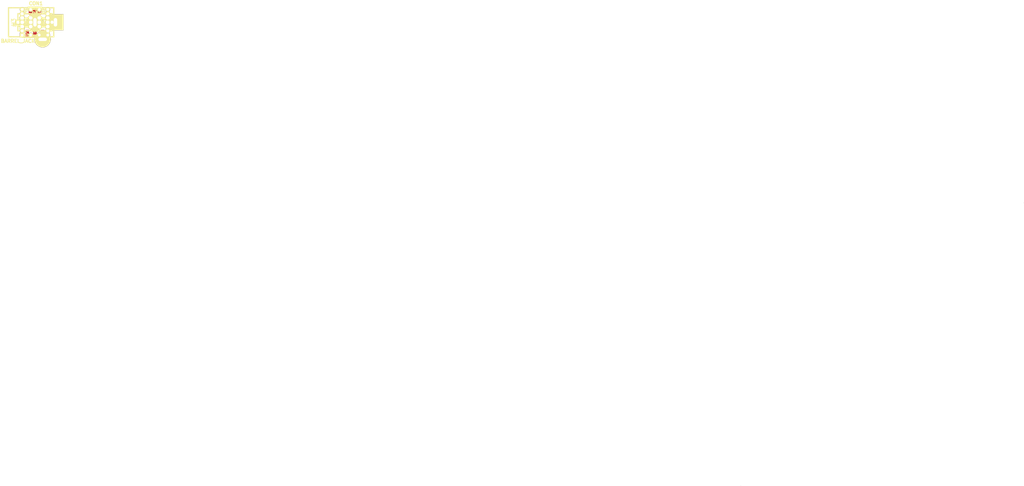
<source format=kicad_pcb>
(kicad_pcb (version 3) (host pcbnew "(2013-07-07 BZR 4022)-stable")

  (general
    (links 68)
    (no_connects 50)
    (area 0 0 0 0)
    (thickness 1.6)
    (drawings 2)
    (tracks 0)
    (zones 0)
    (modules 35)
    (nets 40)
  )

  (page A3)
  (layers
    (15 F.Cu signal)
    (0 B.Cu signal)
    (16 B.Adhes user)
    (17 F.Adhes user)
    (18 B.Paste user)
    (19 F.Paste user)
    (20 B.SilkS user)
    (21 F.SilkS user)
    (22 B.Mask user)
    (23 F.Mask user)
    (24 Dwgs.User user)
    (25 Cmts.User user)
    (26 Eco1.User user)
    (27 Eco2.User user)
    (28 Edge.Cuts user)
  )

  (setup
    (last_trace_width 0.254)
    (trace_clearance 0.254)
    (zone_clearance 0.508)
    (zone_45_only no)
    (trace_min 0.254)
    (segment_width 0.2)
    (edge_width 0.1)
    (via_size 0.889)
    (via_drill 0.635)
    (via_min_size 0.889)
    (via_min_drill 0.508)
    (uvia_size 0.508)
    (uvia_drill 0.127)
    (uvias_allowed no)
    (uvia_min_size 0.508)
    (uvia_min_drill 0.127)
    (pcb_text_width 0.3)
    (pcb_text_size 1.5 1.5)
    (mod_edge_width 0.15)
    (mod_text_size 1 1)
    (mod_text_width 0.15)
    (pad_size 1.5 1.5)
    (pad_drill 0.6)
    (pad_to_mask_clearance 0)
    (aux_axis_origin 93.98 83.185)
    (visible_elements FFFFFFBF)
    (pcbplotparams
      (layerselection 3178497)
      (usegerberextensions true)
      (excludeedgelayer true)
      (linewidth 0.150000)
      (plotframeref false)
      (viasonmask false)
      (mode 1)
      (useauxorigin false)
      (hpglpennumber 1)
      (hpglpenspeed 20)
      (hpglpendiameter 15)
      (hpglpenoverlay 2)
      (psnegative false)
      (psa4output false)
      (plotreference true)
      (plotvalue true)
      (plotothertext true)
      (plotinvisibletext false)
      (padsonsilk false)
      (subtractmaskfromsilk false)
      (outputformat 1)
      (mirror false)
      (drillshape 0)
      (scaleselection 1)
      (outputdirectory ""))
  )

  (net 0 "")
  (net 1 12V)
  (net 2 3.3v)
  (net 3 GND)
  (net 4 N-000001)
  (net 5 N-0000010)
  (net 6 N-0000011)
  (net 7 N-0000013)
  (net 8 N-0000014)
  (net 9 N-0000015)
  (net 10 N-0000016)
  (net 11 N-0000017)
  (net 12 N-0000018)
  (net 13 N-0000019)
  (net 14 N-000002)
  (net 15 N-0000020)
  (net 16 N-0000021)
  (net 17 N-0000022)
  (net 18 N-0000024)
  (net 19 N-0000025)
  (net 20 N-0000026)
  (net 21 N-0000027)
  (net 22 N-0000028)
  (net 23 N-0000029)
  (net 24 N-000003)
  (net 25 N-0000030)
  (net 26 N-0000031)
  (net 27 N-0000032)
  (net 28 N-0000033)
  (net 29 N-0000034)
  (net 30 N-0000035)
  (net 31 N-0000036)
  (net 32 N-0000037)
  (net 33 N-000004)
  (net 34 N-0000040)
  (net 35 N-000005)
  (net 36 N-000006)
  (net 37 N-000007)
  (net 38 N-000008)
  (net 39 N-000009)

  (net_class Default "This is the default net class."
    (clearance 0.254)
    (trace_width 0.254)
    (via_dia 0.889)
    (via_drill 0.635)
    (uvia_dia 0.508)
    (uvia_drill 0.127)
    (add_net "")
    (add_net 12V)
    (add_net 3.3v)
    (add_net GND)
    (add_net N-000001)
    (add_net N-0000010)
    (add_net N-0000011)
    (add_net N-0000013)
    (add_net N-0000014)
    (add_net N-0000015)
    (add_net N-0000016)
    (add_net N-0000017)
    (add_net N-0000018)
    (add_net N-0000019)
    (add_net N-000002)
    (add_net N-0000020)
    (add_net N-0000021)
    (add_net N-0000022)
    (add_net N-0000024)
    (add_net N-0000025)
    (add_net N-0000026)
    (add_net N-0000027)
    (add_net N-0000028)
    (add_net N-0000029)
    (add_net N-000003)
    (add_net N-0000030)
    (add_net N-0000031)
    (add_net N-0000032)
    (add_net N-0000033)
    (add_net N-0000034)
    (add_net N-0000035)
    (add_net N-0000036)
    (add_net N-0000037)
    (add_net N-000004)
    (add_net N-0000040)
    (add_net N-000005)
    (add_net N-000006)
    (add_net N-000007)
    (add_net N-000008)
    (add_net N-000009)
  )

  (module SW_PUSH_SMALL_ok (layer F.Cu) (tedit 562AE65F) (tstamp 562BA8D3)
    (at 0 0)
    (path /562AE929)
    (fp_text reference SW6 (at 0 -0.762) (layer F.SilkS)
      (effects (font (size 1.016 1.016) (thickness 0.2032)))
    )
    (fp_text value SET (at 0 1.016) (layer F.SilkS)
      (effects (font (size 1.016 1.016) (thickness 0.2032)))
    )
    (fp_circle (center 0 0) (end 0 -2.54) (layer F.SilkS) (width 0.127))
    (fp_line (start -3.81 -3.81) (end 3.81 -3.81) (layer F.SilkS) (width 0.127))
    (fp_line (start 3.81 -3.81) (end 3.81 3.81) (layer F.SilkS) (width 0.127))
    (fp_line (start 3.81 3.81) (end -3.81 3.81) (layer F.SilkS) (width 0.127))
    (fp_line (start -3.81 -3.81) (end -3.81 3.81) (layer F.SilkS) (width 0.127))
    (pad 3 thru_hole circle (at 3.81 -2.54) (size 1.397 1.397) (drill 0.8128)
      (layers *.Cu *.Mask F.SilkS)
      (net 14 N-000002)
    )
    (pad 4 thru_hole circle (at 3.81 2.54) (size 1.397 1.397) (drill 0.8128)
      (layers *.Cu *.Mask F.SilkS)
      (net 20 N-0000026)
    )
    (pad 1 thru_hole circle (at -3.81 -2.54) (size 1.397 1.397) (drill 0.8128)
      (layers *.Cu *.Mask F.SilkS)
    )
    (pad 2 thru_hole circle (at -3.81 2.54) (size 1.397 1.397) (drill 0.8128)
      (layers *.Cu *.Mask F.SilkS)
      (net 22 N-0000028)
    )
  )

  (module SW_PUSH_SMALL_ok (layer F.Cu) (tedit 562AE65F) (tstamp 562BA919)
    (at 0 0)
    (path /562AE923)
    (fp_text reference SW5 (at 0 -0.762) (layer F.SilkS)
      (effects (font (size 1.016 1.016) (thickness 0.2032)))
    )
    (fp_text value MODE (at 0 1.016) (layer F.SilkS)
      (effects (font (size 1.016 1.016) (thickness 0.2032)))
    )
    (fp_circle (center 0 0) (end 0 -2.54) (layer F.SilkS) (width 0.127))
    (fp_line (start -3.81 -3.81) (end 3.81 -3.81) (layer F.SilkS) (width 0.127))
    (fp_line (start 3.81 -3.81) (end 3.81 3.81) (layer F.SilkS) (width 0.127))
    (fp_line (start 3.81 3.81) (end -3.81 3.81) (layer F.SilkS) (width 0.127))
    (fp_line (start -3.81 -3.81) (end -3.81 3.81) (layer F.SilkS) (width 0.127))
    (pad 3 thru_hole circle (at 3.81 -2.54) (size 1.397 1.397) (drill 0.8128)
      (layers *.Cu *.Mask F.SilkS)
    )
    (pad 4 thru_hole circle (at 3.81 2.54) (size 1.397 1.397) (drill 0.8128)
      (layers *.Cu *.Mask F.SilkS)
      (net 21 N-0000027)
    )
    (pad 1 thru_hole circle (at -3.81 -2.54) (size 1.397 1.397) (drill 0.8128)
      (layers *.Cu *.Mask F.SilkS)
      (net 33 N-000004)
    )
    (pad 2 thru_hole circle (at -3.81 2.54) (size 1.397 1.397) (drill 0.8128)
      (layers *.Cu *.Mask F.SilkS)
      (net 24 N-000003)
    )
  )

  (module SW_PUSH_SMALL_ok (layer F.Cu) (tedit 562AE65F) (tstamp 562BA90B)
    (at 0 0)
    (path /562AE8E0)
    (fp_text reference SW1 (at 0 -0.762) (layer F.SilkS)
      (effects (font (size 1.016 1.016) (thickness 0.2032)))
    )
    (fp_text value VOL_UP (at 0 1.016) (layer F.SilkS)
      (effects (font (size 1.016 1.016) (thickness 0.2032)))
    )
    (fp_circle (center 0 0) (end 0 -2.54) (layer F.SilkS) (width 0.127))
    (fp_line (start -3.81 -3.81) (end 3.81 -3.81) (layer F.SilkS) (width 0.127))
    (fp_line (start 3.81 -3.81) (end 3.81 3.81) (layer F.SilkS) (width 0.127))
    (fp_line (start 3.81 3.81) (end -3.81 3.81) (layer F.SilkS) (width 0.127))
    (fp_line (start -3.81 -3.81) (end -3.81 3.81) (layer F.SilkS) (width 0.127))
    (pad 3 thru_hole circle (at 3.81 -2.54) (size 1.397 1.397) (drill 0.8128)
      (layers *.Cu *.Mask F.SilkS)
      (net 36 N-000006)
    )
    (pad 4 thru_hole circle (at 3.81 2.54) (size 1.397 1.397) (drill 0.8128)
      (layers *.Cu *.Mask F.SilkS)
      (net 26 N-0000031)
    )
    (pad 1 thru_hole circle (at -3.81 -2.54) (size 1.397 1.397) (drill 0.8128)
      (layers *.Cu *.Mask F.SilkS)
      (net 2 3.3v)
    )
    (pad 2 thru_hole circle (at -3.81 2.54) (size 1.397 1.397) (drill 0.8128)
      (layers *.Cu *.Mask F.SilkS)
      (net 4 N-000001)
    )
  )

  (module SW_PUSH_SMALL_ok (layer F.Cu) (tedit 562AE65F) (tstamp 562BA8FD)
    (at 0 0)
    (path /562AE911)
    (fp_text reference SW2 (at 0 -0.762) (layer F.SilkS)
      (effects (font (size 1.016 1.016) (thickness 0.2032)))
    )
    (fp_text value VOL_DOWN (at 0 1.016) (layer F.SilkS)
      (effects (font (size 1.016 1.016) (thickness 0.2032)))
    )
    (fp_circle (center 0 0) (end 0 -2.54) (layer F.SilkS) (width 0.127))
    (fp_line (start -3.81 -3.81) (end 3.81 -3.81) (layer F.SilkS) (width 0.127))
    (fp_line (start 3.81 -3.81) (end 3.81 3.81) (layer F.SilkS) (width 0.127))
    (fp_line (start 3.81 3.81) (end -3.81 3.81) (layer F.SilkS) (width 0.127))
    (fp_line (start -3.81 -3.81) (end -3.81 3.81) (layer F.SilkS) (width 0.127))
    (pad 3 thru_hole circle (at 3.81 -2.54) (size 1.397 1.397) (drill 0.8128)
      (layers *.Cu *.Mask F.SilkS)
      (net 2 3.3v)
    )
    (pad 4 thru_hole circle (at 3.81 2.54) (size 1.397 1.397) (drill 0.8128)
      (layers *.Cu *.Mask F.SilkS)
      (net 37 N-000007)
    )
    (pad 1 thru_hole circle (at -3.81 -2.54) (size 1.397 1.397) (drill 0.8128)
      (layers *.Cu *.Mask F.SilkS)
      (net 39 N-000009)
    )
    (pad 2 thru_hole circle (at -3.81 2.54) (size 1.397 1.397) (drill 0.8128)
      (layers *.Cu *.Mask F.SilkS)
      (net 38 N-000008)
    )
  )

  (module SW_PUSH_SMALL_ok (layer F.Cu) (tedit 562AE65F) (tstamp 562BA8EF)
    (at 0 0)
    (path /562AE91D)
    (fp_text reference SW4 (at 0 -0.762) (layer F.SilkS)
      (effects (font (size 1.016 1.016) (thickness 0.2032)))
    )
    (fp_text value PITCH_DOWN (at 0 1.016) (layer F.SilkS)
      (effects (font (size 1.016 1.016) (thickness 0.2032)))
    )
    (fp_circle (center 0 0) (end 0 -2.54) (layer F.SilkS) (width 0.127))
    (fp_line (start -3.81 -3.81) (end 3.81 -3.81) (layer F.SilkS) (width 0.127))
    (fp_line (start 3.81 -3.81) (end 3.81 3.81) (layer F.SilkS) (width 0.127))
    (fp_line (start 3.81 3.81) (end -3.81 3.81) (layer F.SilkS) (width 0.127))
    (fp_line (start -3.81 -3.81) (end -3.81 3.81) (layer F.SilkS) (width 0.127))
    (pad 3 thru_hole circle (at 3.81 -2.54) (size 1.397 1.397) (drill 0.8128)
      (layers *.Cu *.Mask F.SilkS)
      (net 39 N-000009)
    )
    (pad 4 thru_hole circle (at 3.81 2.54) (size 1.397 1.397) (drill 0.8128)
      (layers *.Cu *.Mask F.SilkS)
      (net 25 N-0000030)
    )
    (pad 1 thru_hole circle (at -3.81 -2.54) (size 1.397 1.397) (drill 0.8128)
      (layers *.Cu *.Mask F.SilkS)
      (net 14 N-000002)
    )
    (pad 2 thru_hole circle (at -3.81 2.54) (size 1.397 1.397) (drill 0.8128)
      (layers *.Cu *.Mask F.SilkS)
      (net 23 N-0000029)
    )
  )

  (module SW_PUSH_SMALL_ok (layer F.Cu) (tedit 562AE65F) (tstamp 562BA8E1)
    (at 0 0)
    (path /562AE917)
    (fp_text reference SW3 (at 0 -0.762) (layer F.SilkS)
      (effects (font (size 1.016 1.016) (thickness 0.2032)))
    )
    (fp_text value PITCH_UP (at 0 1.016) (layer F.SilkS)
      (effects (font (size 1.016 1.016) (thickness 0.2032)))
    )
    (fp_circle (center 0 0) (end 0 -2.54) (layer F.SilkS) (width 0.127))
    (fp_line (start -3.81 -3.81) (end 3.81 -3.81) (layer F.SilkS) (width 0.127))
    (fp_line (start 3.81 -3.81) (end 3.81 3.81) (layer F.SilkS) (width 0.127))
    (fp_line (start 3.81 3.81) (end -3.81 3.81) (layer F.SilkS) (width 0.127))
    (fp_line (start -3.81 -3.81) (end -3.81 3.81) (layer F.SilkS) (width 0.127))
    (pad 3 thru_hole circle (at 3.81 -2.54) (size 1.397 1.397) (drill 0.8128)
      (layers *.Cu *.Mask F.SilkS)
      (net 33 N-000004)
    )
    (pad 4 thru_hole circle (at 3.81 2.54) (size 1.397 1.397) (drill 0.8128)
      (layers *.Cu *.Mask F.SilkS)
      (net 29 N-0000034)
    )
    (pad 1 thru_hole circle (at -3.81 -2.54) (size 1.397 1.397) (drill 0.8128)
      (layers *.Cu *.Mask F.SilkS)
      (net 36 N-000006)
    )
    (pad 2 thru_hole circle (at -3.81 2.54) (size 1.397 1.397) (drill 0.8128)
      (layers *.Cu *.Mask F.SilkS)
      (net 35 N-000005)
    )
  )

  (module SOT223 (layer F.Cu) (tedit 200000) (tstamp 562BA93B)
    (at 0 0)
    (descr "module CMS SOT223 4 pins")
    (tags "CMS SOT")
    (path /55F6BC52)
    (attr smd)
    (fp_text reference U1 (at 0 -0.762) (layer F.SilkS)
      (effects (font (size 1.016 1.016) (thickness 0.2032)))
    )
    (fp_text value NCP1117ST33T3G (at 0 0.762) (layer F.SilkS)
      (effects (font (size 1.016 1.016) (thickness 0.2032)))
    )
    (fp_line (start -3.556 1.524) (end -3.556 4.572) (layer F.SilkS) (width 0.2032))
    (fp_line (start -3.556 4.572) (end 3.556 4.572) (layer F.SilkS) (width 0.2032))
    (fp_line (start 3.556 4.572) (end 3.556 1.524) (layer F.SilkS) (width 0.2032))
    (fp_line (start -3.556 -1.524) (end -3.556 -2.286) (layer F.SilkS) (width 0.2032))
    (fp_line (start -3.556 -2.286) (end -2.032 -4.572) (layer F.SilkS) (width 0.2032))
    (fp_line (start -2.032 -4.572) (end 2.032 -4.572) (layer F.SilkS) (width 0.2032))
    (fp_line (start 2.032 -4.572) (end 3.556 -2.286) (layer F.SilkS) (width 0.2032))
    (fp_line (start 3.556 -2.286) (end 3.556 -1.524) (layer F.SilkS) (width 0.2032))
    (pad 4 smd rect (at 0 -3.302) (size 3.6576 2.032)
      (layers F.Cu F.Paste F.Mask)
    )
    (pad 2 smd rect (at 0 3.302) (size 1.016 2.032)
      (layers F.Cu F.Paste F.Mask)
      (net 2 3.3v)
    )
    (pad 3 smd rect (at 2.286 3.302) (size 1.016 2.032)
      (layers F.Cu F.Paste F.Mask)
      (net 1 12V)
    )
    (pad 1 smd rect (at -2.286 3.302) (size 1.016 2.032)
      (layers F.Cu F.Paste F.Mask)
      (net 3 GND)
    )
    (model smd/SOT223.wrl
      (at (xyz 0 0 0))
      (scale (xyz 0.4 0.4 0.4))
      (rotate (xyz 0 0 0))
    )
  )

  (module SOT223 (layer F.Cu) (tedit 200000) (tstamp 562BA92A)
    (at 0 0)
    (descr "module CMS SOT223 4 pins")
    (tags "CMS SOT")
    (path /55F6BC2E)
    (attr smd)
    (fp_text reference U2 (at 0 -0.762) (layer F.SilkS)
      (effects (font (size 1.016 1.016) (thickness 0.2032)))
    )
    (fp_text value NCP1117ST50T3G (at 0 0.762) (layer F.SilkS)
      (effects (font (size 1.016 1.016) (thickness 0.2032)))
    )
    (fp_line (start -3.556 1.524) (end -3.556 4.572) (layer F.SilkS) (width 0.2032))
    (fp_line (start -3.556 4.572) (end 3.556 4.572) (layer F.SilkS) (width 0.2032))
    (fp_line (start 3.556 4.572) (end 3.556 1.524) (layer F.SilkS) (width 0.2032))
    (fp_line (start -3.556 -1.524) (end -3.556 -2.286) (layer F.SilkS) (width 0.2032))
    (fp_line (start -3.556 -2.286) (end -2.032 -4.572) (layer F.SilkS) (width 0.2032))
    (fp_line (start -2.032 -4.572) (end 2.032 -4.572) (layer F.SilkS) (width 0.2032))
    (fp_line (start 2.032 -4.572) (end 3.556 -2.286) (layer F.SilkS) (width 0.2032))
    (fp_line (start 3.556 -2.286) (end 3.556 -1.524) (layer F.SilkS) (width 0.2032))
    (pad 4 smd rect (at 0 -3.302) (size 3.6576 2.032)
      (layers F.Cu F.Paste F.Mask)
    )
    (pad 2 smd rect (at 0 3.302) (size 1.016 2.032)
      (layers F.Cu F.Paste F.Mask)
      (net 9 N-0000015)
    )
    (pad 3 smd rect (at 2.286 3.302) (size 1.016 2.032)
      (layers F.Cu F.Paste F.Mask)
      (net 1 12V)
    )
    (pad 1 smd rect (at -2.286 3.302) (size 1.016 2.032)
      (layers F.Cu F.Paste F.Mask)
      (net 3 GND)
    )
    (model smd/SOT223.wrl
      (at (xyz 0 0 0))
      (scale (xyz 0.4 0.4 0.4))
      (rotate (xyz 0 0 0))
    )
  )

  (module R4 (layer F.Cu) (tedit 200000) (tstamp 562BA873)
    (at 0 0)
    (descr "Resitance 4 pas")
    (tags R)
    (path /562ACC8A)
    (autoplace_cost180 10)
    (fp_text reference R11 (at 0 0) (layer F.SilkS)
      (effects (font (size 1.397 1.27) (thickness 0.2032)))
    )
    (fp_text value R (at 0 0) (layer F.SilkS) hide
      (effects (font (size 1.397 1.27) (thickness 0.2032)))
    )
    (fp_line (start -5.08 0) (end -4.064 0) (layer F.SilkS) (width 0.3048))
    (fp_line (start -4.064 0) (end -4.064 -1.016) (layer F.SilkS) (width 0.3048))
    (fp_line (start -4.064 -1.016) (end 4.064 -1.016) (layer F.SilkS) (width 0.3048))
    (fp_line (start 4.064 -1.016) (end 4.064 1.016) (layer F.SilkS) (width 0.3048))
    (fp_line (start 4.064 1.016) (end -4.064 1.016) (layer F.SilkS) (width 0.3048))
    (fp_line (start -4.064 1.016) (end -4.064 0) (layer F.SilkS) (width 0.3048))
    (fp_line (start -4.064 -0.508) (end -3.556 -1.016) (layer F.SilkS) (width 0.3048))
    (fp_line (start 5.08 0) (end 4.064 0) (layer F.SilkS) (width 0.3048))
    (pad 1 thru_hole circle (at -5.08 0) (size 1.524 1.524) (drill 0.8128)
      (layers *.Cu *.Mask F.SilkS)
      (net 3 GND)
    )
    (pad 2 thru_hole circle (at 5.08 0) (size 1.524 1.524) (drill 0.8128)
      (layers *.Cu *.Mask F.SilkS)
      (net 7 N-0000013)
    )
    (model discret/resistor.wrl
      (at (xyz 0 0 0))
      (scale (xyz 0.4 0.4 0.4))
      (rotate (xyz 0 0 0))
    )
  )

  (module R4 (layer F.Cu) (tedit 200000) (tstamp 562BA855)
    (at 0 0)
    (descr "Resitance 4 pas")
    (tags R)
    (path /562ACC9A)
    (autoplace_cost180 10)
    (fp_text reference R12 (at 0 0) (layer F.SilkS)
      (effects (font (size 1.397 1.27) (thickness 0.2032)))
    )
    (fp_text value R (at 0 0) (layer F.SilkS) hide
      (effects (font (size 1.397 1.27) (thickness 0.2032)))
    )
    (fp_line (start -5.08 0) (end -4.064 0) (layer F.SilkS) (width 0.3048))
    (fp_line (start -4.064 0) (end -4.064 -1.016) (layer F.SilkS) (width 0.3048))
    (fp_line (start -4.064 -1.016) (end 4.064 -1.016) (layer F.SilkS) (width 0.3048))
    (fp_line (start 4.064 -1.016) (end 4.064 1.016) (layer F.SilkS) (width 0.3048))
    (fp_line (start 4.064 1.016) (end -4.064 1.016) (layer F.SilkS) (width 0.3048))
    (fp_line (start -4.064 1.016) (end -4.064 0) (layer F.SilkS) (width 0.3048))
    (fp_line (start -4.064 -0.508) (end -3.556 -1.016) (layer F.SilkS) (width 0.3048))
    (fp_line (start 5.08 0) (end 4.064 0) (layer F.SilkS) (width 0.3048))
    (pad 1 thru_hole circle (at -5.08 0) (size 1.524 1.524) (drill 0.8128)
      (layers *.Cu *.Mask F.SilkS)
      (net 2 3.3v)
    )
    (pad 2 thru_hole circle (at 5.08 0) (size 1.524 1.524) (drill 0.8128)
      (layers *.Cu *.Mask F.SilkS)
      (net 34 N-0000040)
    )
    (model discret/resistor.wrl
      (at (xyz 0 0 0))
      (scale (xyz 0.4 0.4 0.4))
      (rotate (xyz 0 0 0))
    )
  )

  (module R4 (layer F.Cu) (tedit 200000) (tstamp 562BA846)
    (at 0 0)
    (descr "Resitance 4 pas")
    (tags R)
    (path /562ABEDD)
    (autoplace_cost180 10)
    (fp_text reference R10 (at 0 0) (layer F.SilkS)
      (effects (font (size 1.397 1.27) (thickness 0.2032)))
    )
    (fp_text value R (at 0 0) (layer F.SilkS) hide
      (effects (font (size 1.397 1.27) (thickness 0.2032)))
    )
    (fp_line (start -5.08 0) (end -4.064 0) (layer F.SilkS) (width 0.3048))
    (fp_line (start -4.064 0) (end -4.064 -1.016) (layer F.SilkS) (width 0.3048))
    (fp_line (start -4.064 -1.016) (end 4.064 -1.016) (layer F.SilkS) (width 0.3048))
    (fp_line (start 4.064 -1.016) (end 4.064 1.016) (layer F.SilkS) (width 0.3048))
    (fp_line (start 4.064 1.016) (end -4.064 1.016) (layer F.SilkS) (width 0.3048))
    (fp_line (start -4.064 1.016) (end -4.064 0) (layer F.SilkS) (width 0.3048))
    (fp_line (start -4.064 -0.508) (end -3.556 -1.016) (layer F.SilkS) (width 0.3048))
    (fp_line (start 5.08 0) (end 4.064 0) (layer F.SilkS) (width 0.3048))
    (pad 1 thru_hole circle (at -5.08 0) (size 1.524 1.524) (drill 0.8128)
      (layers *.Cu *.Mask F.SilkS)
      (net 3 GND)
    )
    (pad 2 thru_hole circle (at 5.08 0) (size 1.524 1.524) (drill 0.8128)
      (layers *.Cu *.Mask F.SilkS)
      (net 20 N-0000026)
    )
    (model discret/resistor.wrl
      (at (xyz 0 0 0))
      (scale (xyz 0.4 0.4 0.4))
      (rotate (xyz 0 0 0))
    )
  )

  (module R4 (layer F.Cu) (tedit 200000) (tstamp 562BA864)
    (at 0 0)
    (descr "Resitance 4 pas")
    (tags R)
    (path /562AB6B8)
    (autoplace_cost180 10)
    (fp_text reference R9 (at 0 0) (layer F.SilkS)
      (effects (font (size 1.397 1.27) (thickness 0.2032)))
    )
    (fp_text value R (at 0 0) (layer F.SilkS) hide
      (effects (font (size 1.397 1.27) (thickness 0.2032)))
    )
    (fp_line (start -5.08 0) (end -4.064 0) (layer F.SilkS) (width 0.3048))
    (fp_line (start -4.064 0) (end -4.064 -1.016) (layer F.SilkS) (width 0.3048))
    (fp_line (start -4.064 -1.016) (end 4.064 -1.016) (layer F.SilkS) (width 0.3048))
    (fp_line (start 4.064 -1.016) (end 4.064 1.016) (layer F.SilkS) (width 0.3048))
    (fp_line (start 4.064 1.016) (end -4.064 1.016) (layer F.SilkS) (width 0.3048))
    (fp_line (start -4.064 1.016) (end -4.064 0) (layer F.SilkS) (width 0.3048))
    (fp_line (start -4.064 -0.508) (end -3.556 -1.016) (layer F.SilkS) (width 0.3048))
    (fp_line (start 5.08 0) (end 4.064 0) (layer F.SilkS) (width 0.3048))
    (pad 1 thru_hole circle (at -5.08 0) (size 1.524 1.524) (drill 0.8128)
      (layers *.Cu *.Mask F.SilkS)
      (net 3 GND)
    )
    (pad 2 thru_hole circle (at 5.08 0) (size 1.524 1.524) (drill 0.8128)
      (layers *.Cu *.Mask F.SilkS)
      (net 25 N-0000030)
    )
    (model discret/resistor.wrl
      (at (xyz 0 0 0))
      (scale (xyz 0.4 0.4 0.4))
      (rotate (xyz 0 0 0))
    )
  )

  (module R4 (layer F.Cu) (tedit 200000) (tstamp 562BA7B0)
    (at 0 0)
    (descr "Resitance 4 pas")
    (tags R)
    (path /562AB234)
    (autoplace_cost180 10)
    (fp_text reference R8 (at 0 0) (layer F.SilkS)
      (effects (font (size 1.397 1.27) (thickness 0.2032)))
    )
    (fp_text value R (at 0 0) (layer F.SilkS) hide
      (effects (font (size 1.397 1.27) (thickness 0.2032)))
    )
    (fp_line (start -5.08 0) (end -4.064 0) (layer F.SilkS) (width 0.3048))
    (fp_line (start -4.064 0) (end -4.064 -1.016) (layer F.SilkS) (width 0.3048))
    (fp_line (start -4.064 -1.016) (end 4.064 -1.016) (layer F.SilkS) (width 0.3048))
    (fp_line (start 4.064 -1.016) (end 4.064 1.016) (layer F.SilkS) (width 0.3048))
    (fp_line (start 4.064 1.016) (end -4.064 1.016) (layer F.SilkS) (width 0.3048))
    (fp_line (start -4.064 1.016) (end -4.064 0) (layer F.SilkS) (width 0.3048))
    (fp_line (start -4.064 -0.508) (end -3.556 -1.016) (layer F.SilkS) (width 0.3048))
    (fp_line (start 5.08 0) (end 4.064 0) (layer F.SilkS) (width 0.3048))
    (pad 1 thru_hole circle (at -5.08 0) (size 1.524 1.524) (drill 0.8128)
      (layers *.Cu *.Mask F.SilkS)
      (net 3 GND)
    )
    (pad 2 thru_hole circle (at 5.08 0) (size 1.524 1.524) (drill 0.8128)
      (layers *.Cu *.Mask F.SilkS)
      (net 38 N-000008)
    )
    (model discret/resistor.wrl
      (at (xyz 0 0 0))
      (scale (xyz 0.4 0.4 0.4))
      (rotate (xyz 0 0 0))
    )
  )

  (module R4 (layer F.Cu) (tedit 200000) (tstamp 562BA7BF)
    (at 0 0)
    (descr "Resitance 4 pas")
    (tags R)
    (path /562AB22E)
    (autoplace_cost180 10)
    (fp_text reference R7 (at 0 0) (layer F.SilkS)
      (effects (font (size 1.397 1.27) (thickness 0.2032)))
    )
    (fp_text value R (at 0 0) (layer F.SilkS) hide
      (effects (font (size 1.397 1.27) (thickness 0.2032)))
    )
    (fp_line (start -5.08 0) (end -4.064 0) (layer F.SilkS) (width 0.3048))
    (fp_line (start -4.064 0) (end -4.064 -1.016) (layer F.SilkS) (width 0.3048))
    (fp_line (start -4.064 -1.016) (end 4.064 -1.016) (layer F.SilkS) (width 0.3048))
    (fp_line (start 4.064 -1.016) (end 4.064 1.016) (layer F.SilkS) (width 0.3048))
    (fp_line (start 4.064 1.016) (end -4.064 1.016) (layer F.SilkS) (width 0.3048))
    (fp_line (start -4.064 1.016) (end -4.064 0) (layer F.SilkS) (width 0.3048))
    (fp_line (start -4.064 -0.508) (end -3.556 -1.016) (layer F.SilkS) (width 0.3048))
    (fp_line (start 5.08 0) (end 4.064 0) (layer F.SilkS) (width 0.3048))
    (pad 1 thru_hole circle (at -5.08 0) (size 1.524 1.524) (drill 0.8128)
      (layers *.Cu *.Mask F.SilkS)
      (net 3 GND)
    )
    (pad 2 thru_hole circle (at 5.08 0) (size 1.524 1.524) (drill 0.8128)
      (layers *.Cu *.Mask F.SilkS)
      (net 24 N-000003)
    )
    (model discret/resistor.wrl
      (at (xyz 0 0 0))
      (scale (xyz 0.4 0.4 0.4))
      (rotate (xyz 0 0 0))
    )
  )

  (module R4 (layer F.Cu) (tedit 200000) (tstamp 562BA7CE)
    (at 0 0)
    (descr "Resitance 4 pas")
    (tags R)
    (path /562AB228)
    (autoplace_cost180 10)
    (fp_text reference R6 (at 0 0) (layer F.SilkS)
      (effects (font (size 1.397 1.27) (thickness 0.2032)))
    )
    (fp_text value R (at 0 0) (layer F.SilkS) hide
      (effects (font (size 1.397 1.27) (thickness 0.2032)))
    )
    (fp_line (start -5.08 0) (end -4.064 0) (layer F.SilkS) (width 0.3048))
    (fp_line (start -4.064 0) (end -4.064 -1.016) (layer F.SilkS) (width 0.3048))
    (fp_line (start -4.064 -1.016) (end 4.064 -1.016) (layer F.SilkS) (width 0.3048))
    (fp_line (start 4.064 -1.016) (end 4.064 1.016) (layer F.SilkS) (width 0.3048))
    (fp_line (start 4.064 1.016) (end -4.064 1.016) (layer F.SilkS) (width 0.3048))
    (fp_line (start -4.064 1.016) (end -4.064 0) (layer F.SilkS) (width 0.3048))
    (fp_line (start -4.064 -0.508) (end -3.556 -1.016) (layer F.SilkS) (width 0.3048))
    (fp_line (start 5.08 0) (end 4.064 0) (layer F.SilkS) (width 0.3048))
    (pad 1 thru_hole circle (at -5.08 0) (size 1.524 1.524) (drill 0.8128)
      (layers *.Cu *.Mask F.SilkS)
      (net 3 GND)
    )
    (pad 2 thru_hole circle (at 5.08 0) (size 1.524 1.524) (drill 0.8128)
      (layers *.Cu *.Mask F.SilkS)
      (net 35 N-000005)
    )
    (model discret/resistor.wrl
      (at (xyz 0 0 0))
      (scale (xyz 0.4 0.4 0.4))
      (rotate (xyz 0 0 0))
    )
  )

  (module R4 (layer F.Cu) (tedit 200000) (tstamp 562BA7DD)
    (at 0 0)
    (descr "Resitance 4 pas")
    (tags R)
    (path /562AB222)
    (autoplace_cost180 10)
    (fp_text reference R5 (at 0 0) (layer F.SilkS)
      (effects (font (size 1.397 1.27) (thickness 0.2032)))
    )
    (fp_text value R (at 0 0) (layer F.SilkS) hide
      (effects (font (size 1.397 1.27) (thickness 0.2032)))
    )
    (fp_line (start -5.08 0) (end -4.064 0) (layer F.SilkS) (width 0.3048))
    (fp_line (start -4.064 0) (end -4.064 -1.016) (layer F.SilkS) (width 0.3048))
    (fp_line (start -4.064 -1.016) (end 4.064 -1.016) (layer F.SilkS) (width 0.3048))
    (fp_line (start 4.064 -1.016) (end 4.064 1.016) (layer F.SilkS) (width 0.3048))
    (fp_line (start 4.064 1.016) (end -4.064 1.016) (layer F.SilkS) (width 0.3048))
    (fp_line (start -4.064 1.016) (end -4.064 0) (layer F.SilkS) (width 0.3048))
    (fp_line (start -4.064 -0.508) (end -3.556 -1.016) (layer F.SilkS) (width 0.3048))
    (fp_line (start 5.08 0) (end 4.064 0) (layer F.SilkS) (width 0.3048))
    (pad 1 thru_hole circle (at -5.08 0) (size 1.524 1.524) (drill 0.8128)
      (layers *.Cu *.Mask F.SilkS)
      (net 3 GND)
    )
    (pad 2 thru_hole circle (at 5.08 0) (size 1.524 1.524) (drill 0.8128)
      (layers *.Cu *.Mask F.SilkS)
      (net 4 N-000001)
    )
    (model discret/resistor.wrl
      (at (xyz 0 0 0))
      (scale (xyz 0.4 0.4 0.4))
      (rotate (xyz 0 0 0))
    )
  )

  (module R4 (layer F.Cu) (tedit 200000) (tstamp 562BA7EC)
    (at 0 0)
    (descr "Resitance 4 pas")
    (tags R)
    (path /55F80FF0)
    (autoplace_cost180 10)
    (fp_text reference R13 (at 0 0) (layer F.SilkS)
      (effects (font (size 1.397 1.27) (thickness 0.2032)))
    )
    (fp_text value R (at 0 0) (layer F.SilkS) hide
      (effects (font (size 1.397 1.27) (thickness 0.2032)))
    )
    (fp_line (start -5.08 0) (end -4.064 0) (layer F.SilkS) (width 0.3048))
    (fp_line (start -4.064 0) (end -4.064 -1.016) (layer F.SilkS) (width 0.3048))
    (fp_line (start -4.064 -1.016) (end 4.064 -1.016) (layer F.SilkS) (width 0.3048))
    (fp_line (start 4.064 -1.016) (end 4.064 1.016) (layer F.SilkS) (width 0.3048))
    (fp_line (start 4.064 1.016) (end -4.064 1.016) (layer F.SilkS) (width 0.3048))
    (fp_line (start -4.064 1.016) (end -4.064 0) (layer F.SilkS) (width 0.3048))
    (fp_line (start -4.064 -0.508) (end -3.556 -1.016) (layer F.SilkS) (width 0.3048))
    (fp_line (start 5.08 0) (end 4.064 0) (layer F.SilkS) (width 0.3048))
    (pad 1 thru_hole circle (at -5.08 0) (size 1.524 1.524) (drill 0.8128)
      (layers *.Cu *.Mask F.SilkS)
      (net 13 N-0000019)
    )
    (pad 2 thru_hole circle (at 5.08 0) (size 1.524 1.524) (drill 0.8128)
      (layers *.Cu *.Mask F.SilkS)
      (net 30 N-0000035)
    )
    (model discret/resistor.wrl
      (at (xyz 0 0 0))
      (scale (xyz 0.4 0.4 0.4))
      (rotate (xyz 0 0 0))
    )
  )

  (module R4 (layer F.Cu) (tedit 200000) (tstamp 562BA7FB)
    (at 0 0)
    (descr "Resitance 4 pas")
    (tags R)
    (path /55F80B33)
    (autoplace_cost180 10)
    (fp_text reference R4 (at 0 0) (layer F.SilkS)
      (effects (font (size 1.397 1.27) (thickness 0.2032)))
    )
    (fp_text value R (at 0 0) (layer F.SilkS) hide
      (effects (font (size 1.397 1.27) (thickness 0.2032)))
    )
    (fp_line (start -5.08 0) (end -4.064 0) (layer F.SilkS) (width 0.3048))
    (fp_line (start -4.064 0) (end -4.064 -1.016) (layer F.SilkS) (width 0.3048))
    (fp_line (start -4.064 -1.016) (end 4.064 -1.016) (layer F.SilkS) (width 0.3048))
    (fp_line (start 4.064 -1.016) (end 4.064 1.016) (layer F.SilkS) (width 0.3048))
    (fp_line (start 4.064 1.016) (end -4.064 1.016) (layer F.SilkS) (width 0.3048))
    (fp_line (start -4.064 1.016) (end -4.064 0) (layer F.SilkS) (width 0.3048))
    (fp_line (start -4.064 -0.508) (end -3.556 -1.016) (layer F.SilkS) (width 0.3048))
    (fp_line (start 5.08 0) (end 4.064 0) (layer F.SilkS) (width 0.3048))
    (pad 1 thru_hole circle (at -5.08 0) (size 1.524 1.524) (drill 0.8128)
      (layers *.Cu *.Mask F.SilkS)
      (net 31 N-0000036)
    )
    (pad 2 thru_hole circle (at 5.08 0) (size 1.524 1.524) (drill 0.8128)
      (layers *.Cu *.Mask F.SilkS)
      (net 3 GND)
    )
    (model discret/resistor.wrl
      (at (xyz 0 0 0))
      (scale (xyz 0.4 0.4 0.4))
      (rotate (xyz 0 0 0))
    )
  )

  (module R4 (layer F.Cu) (tedit 200000) (tstamp 562BA80A)
    (at 0 0)
    (descr "Resitance 4 pas")
    (tags R)
    (path /55F80B2D)
    (autoplace_cost180 10)
    (fp_text reference R2 (at 0 0) (layer F.SilkS)
      (effects (font (size 1.397 1.27) (thickness 0.2032)))
    )
    (fp_text value R (at 0 0) (layer F.SilkS) hide
      (effects (font (size 1.397 1.27) (thickness 0.2032)))
    )
    (fp_line (start -5.08 0) (end -4.064 0) (layer F.SilkS) (width 0.3048))
    (fp_line (start -4.064 0) (end -4.064 -1.016) (layer F.SilkS) (width 0.3048))
    (fp_line (start -4.064 -1.016) (end 4.064 -1.016) (layer F.SilkS) (width 0.3048))
    (fp_line (start 4.064 -1.016) (end 4.064 1.016) (layer F.SilkS) (width 0.3048))
    (fp_line (start 4.064 1.016) (end -4.064 1.016) (layer F.SilkS) (width 0.3048))
    (fp_line (start -4.064 1.016) (end -4.064 0) (layer F.SilkS) (width 0.3048))
    (fp_line (start -4.064 -0.508) (end -3.556 -1.016) (layer F.SilkS) (width 0.3048))
    (fp_line (start 5.08 0) (end 4.064 0) (layer F.SilkS) (width 0.3048))
    (pad 1 thru_hole circle (at -5.08 0) (size 1.524 1.524) (drill 0.8128)
      (layers *.Cu *.Mask F.SilkS)
      (net 8 N-0000014)
    )
    (pad 2 thru_hole circle (at 5.08 0) (size 1.524 1.524) (drill 0.8128)
      (layers *.Cu *.Mask F.SilkS)
      (net 31 N-0000036)
    )
    (model discret/resistor.wrl
      (at (xyz 0 0 0))
      (scale (xyz 0.4 0.4 0.4))
      (rotate (xyz 0 0 0))
    )
  )

  (module R4 (layer F.Cu) (tedit 200000) (tstamp 562BA819)
    (at 0 0)
    (descr "Resitance 4 pas")
    (tags R)
    (path /55F6C2A6)
    (autoplace_cost180 10)
    (fp_text reference R3 (at 0 0) (layer F.SilkS)
      (effects (font (size 1.397 1.27) (thickness 0.2032)))
    )
    (fp_text value R (at 0 0) (layer F.SilkS) hide
      (effects (font (size 1.397 1.27) (thickness 0.2032)))
    )
    (fp_line (start -5.08 0) (end -4.064 0) (layer F.SilkS) (width 0.3048))
    (fp_line (start -4.064 0) (end -4.064 -1.016) (layer F.SilkS) (width 0.3048))
    (fp_line (start -4.064 -1.016) (end 4.064 -1.016) (layer F.SilkS) (width 0.3048))
    (fp_line (start 4.064 -1.016) (end 4.064 1.016) (layer F.SilkS) (width 0.3048))
    (fp_line (start 4.064 1.016) (end -4.064 1.016) (layer F.SilkS) (width 0.3048))
    (fp_line (start -4.064 1.016) (end -4.064 0) (layer F.SilkS) (width 0.3048))
    (fp_line (start -4.064 -0.508) (end -3.556 -1.016) (layer F.SilkS) (width 0.3048))
    (fp_line (start 5.08 0) (end 4.064 0) (layer F.SilkS) (width 0.3048))
    (pad 1 thru_hole circle (at -5.08 0) (size 1.524 1.524) (drill 0.8128)
      (layers *.Cu *.Mask F.SilkS)
      (net 32 N-0000037)
    )
    (pad 2 thru_hole circle (at 5.08 0) (size 1.524 1.524) (drill 0.8128)
      (layers *.Cu *.Mask F.SilkS)
      (net 3 GND)
    )
    (model discret/resistor.wrl
      (at (xyz 0 0 0))
      (scale (xyz 0.4 0.4 0.4))
      (rotate (xyz 0 0 0))
    )
  )

  (module R4 (layer F.Cu) (tedit 200000) (tstamp 562BA828)
    (at 0 0)
    (descr "Resitance 4 pas")
    (tags R)
    (path /55F6C297)
    (autoplace_cost180 10)
    (fp_text reference R1 (at 0 0) (layer F.SilkS)
      (effects (font (size 1.397 1.27) (thickness 0.2032)))
    )
    (fp_text value R (at 0 0) (layer F.SilkS) hide
      (effects (font (size 1.397 1.27) (thickness 0.2032)))
    )
    (fp_line (start -5.08 0) (end -4.064 0) (layer F.SilkS) (width 0.3048))
    (fp_line (start -4.064 0) (end -4.064 -1.016) (layer F.SilkS) (width 0.3048))
    (fp_line (start -4.064 -1.016) (end 4.064 -1.016) (layer F.SilkS) (width 0.3048))
    (fp_line (start 4.064 -1.016) (end 4.064 1.016) (layer F.SilkS) (width 0.3048))
    (fp_line (start 4.064 1.016) (end -4.064 1.016) (layer F.SilkS) (width 0.3048))
    (fp_line (start -4.064 1.016) (end -4.064 0) (layer F.SilkS) (width 0.3048))
    (fp_line (start -4.064 -0.508) (end -3.556 -1.016) (layer F.SilkS) (width 0.3048))
    (fp_line (start 5.08 0) (end 4.064 0) (layer F.SilkS) (width 0.3048))
    (pad 1 thru_hole circle (at -5.08 0) (size 1.524 1.524) (drill 0.8128)
      (layers *.Cu *.Mask F.SilkS)
      (net 10 N-0000016)
    )
    (pad 2 thru_hole circle (at 5.08 0) (size 1.524 1.524) (drill 0.8128)
      (layers *.Cu *.Mask F.SilkS)
      (net 32 N-0000037)
    )
    (model discret/resistor.wrl
      (at (xyz 0 0 0))
      (scale (xyz 0.4 0.4 0.4))
      (rotate (xyz 0 0 0))
    )
  )

  (module R4 (layer F.Cu) (tedit 200000) (tstamp 562BA837)
    (at 0 0)
    (descr "Resitance 4 pas")
    (tags R)
    (path /562BA474)
    (autoplace_cost180 10)
    (fp_text reference R14 (at 0 0) (layer F.SilkS)
      (effects (font (size 1.397 1.27) (thickness 0.2032)))
    )
    (fp_text value R (at 0 0) (layer F.SilkS) hide
      (effects (font (size 1.397 1.27) (thickness 0.2032)))
    )
    (fp_line (start -5.08 0) (end -4.064 0) (layer F.SilkS) (width 0.3048))
    (fp_line (start -4.064 0) (end -4.064 -1.016) (layer F.SilkS) (width 0.3048))
    (fp_line (start -4.064 -1.016) (end 4.064 -1.016) (layer F.SilkS) (width 0.3048))
    (fp_line (start 4.064 -1.016) (end 4.064 1.016) (layer F.SilkS) (width 0.3048))
    (fp_line (start 4.064 1.016) (end -4.064 1.016) (layer F.SilkS) (width 0.3048))
    (fp_line (start -4.064 1.016) (end -4.064 0) (layer F.SilkS) (width 0.3048))
    (fp_line (start -4.064 -0.508) (end -3.556 -1.016) (layer F.SilkS) (width 0.3048))
    (fp_line (start 5.08 0) (end 4.064 0) (layer F.SilkS) (width 0.3048))
    (pad 1 thru_hole circle (at -5.08 0) (size 1.524 1.524) (drill 0.8128)
      (layers *.Cu *.Mask F.SilkS)
      (net 28 N-0000033)
    )
    (pad 2 thru_hole circle (at 5.08 0) (size 1.524 1.524) (drill 0.8128)
      (layers *.Cu *.Mask F.SilkS)
      (net 18 N-0000024)
    )
    (model discret/resistor.wrl
      (at (xyz 0 0 0))
      (scale (xyz 0.4 0.4 0.4))
      (rotate (xyz 0 0 0))
    )
  )

  (module pin_array_4x2 (layer F.Cu) (tedit 3FAB90E6) (tstamp 562BA8AB)
    (at 0 0)
    (descr "Double rangee de contacts 2 x 4 pins")
    (tags CONN)
    (path /562AB853)
    (fp_text reference P4 (at 0 -3.81) (layer F.SilkS)
      (effects (font (size 1.016 1.016) (thickness 0.2032)))
    )
    (fp_text value FPGA_INS (at 0 3.81) (layer F.SilkS) hide
      (effects (font (size 1.016 1.016) (thickness 0.2032)))
    )
    (fp_line (start -5.08 -2.54) (end 5.08 -2.54) (layer F.SilkS) (width 0.3048))
    (fp_line (start 5.08 -2.54) (end 5.08 2.54) (layer F.SilkS) (width 0.3048))
    (fp_line (start 5.08 2.54) (end -5.08 2.54) (layer F.SilkS) (width 0.3048))
    (fp_line (start -5.08 2.54) (end -5.08 -2.54) (layer F.SilkS) (width 0.3048))
    (pad 1 thru_hole rect (at -3.81 1.27) (size 1.524 1.524) (drill 1.016)
      (layers *.Cu *.Mask F.SilkS)
      (net 31 N-0000036)
    )
    (pad 2 thru_hole circle (at -3.81 -1.27) (size 1.524 1.524) (drill 1.016)
      (layers *.Cu *.Mask F.SilkS)
      (net 32 N-0000037)
    )
    (pad 3 thru_hole circle (at -1.27 1.27) (size 1.524 1.524) (drill 1.016)
      (layers *.Cu *.Mask F.SilkS)
      (net 37 N-000007)
    )
    (pad 4 thru_hole circle (at -1.27 -1.27) (size 1.524 1.524) (drill 1.016)
      (layers *.Cu *.Mask F.SilkS)
      (net 21 N-0000027)
    )
    (pad 5 thru_hole circle (at 1.27 1.27) (size 1.524 1.524) (drill 1.016)
      (layers *.Cu *.Mask F.SilkS)
      (net 23 N-0000029)
    )
    (pad 6 thru_hole circle (at 1.27 -1.27) (size 1.524 1.524) (drill 1.016)
      (layers *.Cu *.Mask F.SilkS)
      (net 29 N-0000034)
    )
    (pad 7 thru_hole circle (at 3.81 1.27) (size 1.524 1.524) (drill 1.016)
      (layers *.Cu *.Mask F.SilkS)
      (net 22 N-0000028)
    )
    (pad 8 thru_hole circle (at 3.81 -1.27) (size 1.524 1.524) (drill 1.016)
      (layers *.Cu *.Mask F.SilkS)
      (net 26 N-0000031)
    )
    (model pin_array/pins_array_4x2.wrl
      (at (xyz 0 0 0))
      (scale (xyz 1 1 1))
      (rotate (xyz 0 0 0))
    )
  )

  (module pin_array_4x2 (layer F.Cu) (tedit 3FAB90E6) (tstamp 562BA8BC)
    (at 0 0)
    (descr "Double rangee de contacts 2 x 4 pins")
    (tags CONN)
    (path /562AC6E0)
    (fp_text reference P3 (at 0 -3.81) (layer F.SilkS)
      (effects (font (size 1.016 1.016) (thickness 0.2032)))
    )
    (fp_text value FPGA_OUTS (at 0 3.81) (layer F.SilkS) hide
      (effects (font (size 1.016 1.016) (thickness 0.2032)))
    )
    (fp_line (start -5.08 -2.54) (end 5.08 -2.54) (layer F.SilkS) (width 0.3048))
    (fp_line (start 5.08 -2.54) (end 5.08 2.54) (layer F.SilkS) (width 0.3048))
    (fp_line (start 5.08 2.54) (end -5.08 2.54) (layer F.SilkS) (width 0.3048))
    (fp_line (start -5.08 2.54) (end -5.08 -2.54) (layer F.SilkS) (width 0.3048))
    (pad 1 thru_hole rect (at -3.81 1.27) (size 1.524 1.524) (drill 1.016)
      (layers *.Cu *.Mask F.SilkS)
      (net 27 N-0000032)
    )
    (pad 2 thru_hole circle (at -3.81 -1.27) (size 1.524 1.524) (drill 1.016)
      (layers *.Cu *.Mask F.SilkS)
      (net 16 N-0000021)
    )
    (pad 3 thru_hole circle (at -1.27 1.27) (size 1.524 1.524) (drill 1.016)
      (layers *.Cu *.Mask F.SilkS)
      (net 11 N-0000017)
    )
    (pad 4 thru_hole circle (at -1.27 -1.27) (size 1.524 1.524) (drill 1.016)
      (layers *.Cu *.Mask F.SilkS)
      (net 12 N-0000018)
    )
    (pad 5 thru_hole circle (at 1.27 1.27) (size 1.524 1.524) (drill 1.016)
      (layers *.Cu *.Mask F.SilkS)
      (net 18 N-0000024)
    )
    (pad 6 thru_hole circle (at 1.27 -1.27) (size 1.524 1.524) (drill 1.016)
      (layers *.Cu *.Mask F.SilkS)
      (net 15 N-0000020)
    )
    (pad 7 thru_hole circle (at 3.81 1.27) (size 1.524 1.524) (drill 1.016)
      (layers *.Cu *.Mask F.SilkS)
      (net 17 N-0000022)
    )
    (pad 8 thru_hole circle (at 3.81 -1.27) (size 1.524 1.524) (drill 1.016)
      (layers *.Cu *.Mask F.SilkS)
      (net 13 N-0000019)
    )
    (model pin_array/pins_array_4x2.wrl
      (at (xyz 0 0 0))
      (scale (xyz 1 1 1))
      (rotate (xyz 0 0 0))
    )
  )

  (module PIN_ARRAY_4x1 (layer F.Cu) (tedit 4C10F42E) (tstamp 562BA880)
    (at 0 0)
    (descr "Double rangee de contacts 2 x 5 pins")
    (tags CONN)
    (path /55F6C0A2)
    (fp_text reference P1 (at 0 -2.54) (layer F.SilkS)
      (effects (font (size 1.016 1.016) (thickness 0.2032)))
    )
    (fp_text value SENSOR_1_NOTA (at 0 2.54) (layer F.SilkS) hide
      (effects (font (size 1.016 1.016) (thickness 0.2032)))
    )
    (fp_line (start 5.08 1.27) (end -5.08 1.27) (layer F.SilkS) (width 0.254))
    (fp_line (start 5.08 -1.27) (end -5.08 -1.27) (layer F.SilkS) (width 0.254))
    (fp_line (start -5.08 -1.27) (end -5.08 1.27) (layer F.SilkS) (width 0.254))
    (fp_line (start 5.08 1.27) (end 5.08 -1.27) (layer F.SilkS) (width 0.254))
    (pad 1 thru_hole rect (at -3.81 0) (size 1.524 1.524) (drill 1.016)
      (layers *.Cu *.Mask F.SilkS)
      (net 9 N-0000015)
    )
    (pad 2 thru_hole circle (at -1.27 0) (size 1.524 1.524) (drill 1.016)
      (layers *.Cu *.Mask F.SilkS)
      (net 11 N-0000017)
    )
    (pad 3 thru_hole circle (at 1.27 0) (size 1.524 1.524) (drill 1.016)
      (layers *.Cu *.Mask F.SilkS)
      (net 10 N-0000016)
    )
    (pad 4 thru_hole circle (at 3.81 0) (size 1.524 1.524) (drill 1.016)
      (layers *.Cu *.Mask F.SilkS)
      (net 3 GND)
    )
    (model pin_array\pins_array_4x1.wrl
      (at (xyz 0 0 0))
      (scale (xyz 1 1 1))
      (rotate (xyz 0 0 0))
    )
  )

  (module PIN_ARRAY_4x1 (layer F.Cu) (tedit 4C10F42E) (tstamp 562BA88D)
    (at 0 0)
    (descr "Double rangee de contacts 2 x 5 pins")
    (tags CONN)
    (path /55F6C093)
    (fp_text reference P2 (at 0 -2.54) (layer F.SilkS)
      (effects (font (size 1.016 1.016) (thickness 0.2032)))
    )
    (fp_text value SENSOR_2_VOL (at 0 2.54) (layer F.SilkS) hide
      (effects (font (size 1.016 1.016) (thickness 0.2032)))
    )
    (fp_line (start 5.08 1.27) (end -5.08 1.27) (layer F.SilkS) (width 0.254))
    (fp_line (start 5.08 -1.27) (end -5.08 -1.27) (layer F.SilkS) (width 0.254))
    (fp_line (start -5.08 -1.27) (end -5.08 1.27) (layer F.SilkS) (width 0.254))
    (fp_line (start 5.08 1.27) (end 5.08 -1.27) (layer F.SilkS) (width 0.254))
    (pad 1 thru_hole rect (at -3.81 0) (size 1.524 1.524) (drill 1.016)
      (layers *.Cu *.Mask F.SilkS)
      (net 9 N-0000015)
    )
    (pad 2 thru_hole circle (at -1.27 0) (size 1.524 1.524) (drill 1.016)
      (layers *.Cu *.Mask F.SilkS)
      (net 27 N-0000032)
    )
    (pad 3 thru_hole circle (at 1.27 0) (size 1.524 1.524) (drill 1.016)
      (layers *.Cu *.Mask F.SilkS)
      (net 8 N-0000014)
    )
    (pad 4 thru_hole circle (at 3.81 0) (size 1.524 1.524) (drill 1.016)
      (layers *.Cu *.Mask F.SilkS)
      (net 3 GND)
    )
    (model pin_array\pins_array_4x1.wrl
      (at (xyz 0 0 0))
      (scale (xyz 1 1 1))
      (rotate (xyz 0 0 0))
    )
  )

  (module PIN_ARRAY_4x1 (layer F.Cu) (tedit 4C10F42E) (tstamp 562BA89A)
    (at 0 0)
    (descr "Double rangee de contacts 2 x 5 pins")
    (tags CONN)
    (path /562BB055)
    (fp_text reference P5 (at 0 -2.54) (layer F.SilkS)
      (effects (font (size 1.016 1.016) (thickness 0.2032)))
    )
    (fp_text value AUDIO_OUT (at 0 2.54) (layer F.SilkS) hide
      (effects (font (size 1.016 1.016) (thickness 0.2032)))
    )
    (fp_line (start 5.08 1.27) (end -5.08 1.27) (layer F.SilkS) (width 0.254))
    (fp_line (start 5.08 -1.27) (end -5.08 -1.27) (layer F.SilkS) (width 0.254))
    (fp_line (start -5.08 -1.27) (end -5.08 1.27) (layer F.SilkS) (width 0.254))
    (fp_line (start 5.08 1.27) (end 5.08 -1.27) (layer F.SilkS) (width 0.254))
    (pad 1 thru_hole rect (at -3.81 0) (size 1.524 1.524) (drill 1.016)
      (layers *.Cu *.Mask F.SilkS)
      (net 1 12V)
    )
    (pad 2 thru_hole circle (at -1.27 0) (size 1.524 1.524) (drill 1.016)
      (layers *.Cu *.Mask F.SilkS)
      (net 5 N-0000010)
    )
    (pad 3 thru_hole circle (at 1.27 0) (size 1.524 1.524) (drill 1.016)
      (layers *.Cu *.Mask F.SilkS)
      (net 19 N-0000025)
    )
    (pad 4 thru_hole circle (at 3.81 0) (size 1.524 1.524) (drill 1.016)
      (layers *.Cu *.Mask F.SilkS)
      (net 3 GND)
    )
    (model pin_array\pins_array_4x1.wrl
      (at (xyz 0 0 0))
      (scale (xyz 1 1 1))
      (rotate (xyz 0 0 0))
    )
  )

  (module PIN_ARRAY_2X1 (layer F.Cu) (tedit 4565C520) (tstamp 562BA753)
    (at 0 0)
    (descr "Connecteurs 2 pins")
    (tags "CONN DEV")
    (path /562BAAD4)
    (fp_text reference GS1 (at 0 -1.905) (layer F.SilkS)
      (effects (font (size 0.762 0.762) (thickness 0.1524)))
    )
    (fp_text value GS2 (at 0 -1.905) (layer F.SilkS) hide
      (effects (font (size 0.762 0.762) (thickness 0.1524)))
    )
    (fp_line (start -2.54 1.27) (end -2.54 -1.27) (layer F.SilkS) (width 0.1524))
    (fp_line (start -2.54 -1.27) (end 2.54 -1.27) (layer F.SilkS) (width 0.1524))
    (fp_line (start 2.54 -1.27) (end 2.54 1.27) (layer F.SilkS) (width 0.1524))
    (fp_line (start 2.54 1.27) (end -2.54 1.27) (layer F.SilkS) (width 0.1524))
    (pad 1 thru_hole rect (at -1.27 0) (size 1.524 1.524) (drill 1.016)
      (layers *.Cu *.Mask F.SilkS)
      (net 30 N-0000035)
    )
    (pad 2 thru_hole circle (at 1.27 0) (size 1.524 1.524) (drill 1.016)
      (layers *.Cu *.Mask F.SilkS)
      (net 6 N-0000011)
    )
    (model pin_array/pins_array_2x1.wrl
      (at (xyz 0 0 0))
      (scale (xyz 1 1 1))
      (rotate (xyz 0 0 0))
    )
  )

  (module PIN_ARRAY_2X1 (layer F.Cu) (tedit 4565C520) (tstamp 562BA748)
    (at 0 0)
    (descr "Connecteurs 2 pins")
    (tags "CONN DEV")
    (path /562BACF9)
    (fp_text reference GS2 (at 0 -1.905) (layer F.SilkS)
      (effects (font (size 0.762 0.762) (thickness 0.1524)))
    )
    (fp_text value GS2 (at 0 -1.905) (layer F.SilkS) hide
      (effects (font (size 0.762 0.762) (thickness 0.1524)))
    )
    (fp_line (start -2.54 1.27) (end -2.54 -1.27) (layer F.SilkS) (width 0.1524))
    (fp_line (start -2.54 -1.27) (end 2.54 -1.27) (layer F.SilkS) (width 0.1524))
    (fp_line (start 2.54 -1.27) (end 2.54 1.27) (layer F.SilkS) (width 0.1524))
    (fp_line (start 2.54 1.27) (end -2.54 1.27) (layer F.SilkS) (width 0.1524))
    (pad 1 thru_hole rect (at -1.27 0) (size 1.524 1.524) (drill 1.016)
      (layers *.Cu *.Mask F.SilkS)
      (net 3 GND)
    )
    (pad 2 thru_hole circle (at 1.27 0) (size 1.524 1.524) (drill 1.016)
      (layers *.Cu *.Mask F.SilkS)
      (net 19 N-0000025)
    )
    (model pin_array/pins_array_2x1.wrl
      (at (xyz 0 0 0))
      (scale (xyz 1 1 1))
      (rotate (xyz 0 0 0))
    )
  )

  (module LED-3MM (layer F.Cu) (tedit 50ADE848) (tstamp 562BA7A1)
    (at 0 0)
    (descr "LED 3mm - Lead pitch 100mil (2,54mm)")
    (tags "LED led 3mm 3MM 100mil 2,54mm")
    (path /562AC9F4)
    (fp_text reference D3 (at 1.778 -2.794) (layer F.SilkS)
      (effects (font (size 0.762 0.762) (thickness 0.0889)))
    )
    (fp_text value LED (at 0 2.54) (layer F.SilkS)
      (effects (font (size 0.762 0.762) (thickness 0.0889)))
    )
    (fp_line (start 1.8288 1.27) (end 1.8288 -1.27) (layer F.SilkS) (width 0.254))
    (fp_arc (start 0.254 0) (end -1.27 0) (angle 39.8) (layer F.SilkS) (width 0.1524))
    (fp_arc (start 0.254 0) (end -0.88392 1.01092) (angle 41.6) (layer F.SilkS) (width 0.1524))
    (fp_arc (start 0.254 0) (end 1.4097 -0.9906) (angle 40.6) (layer F.SilkS) (width 0.1524))
    (fp_arc (start 0.254 0) (end 1.778 0) (angle 39.8) (layer F.SilkS) (width 0.1524))
    (fp_arc (start 0.254 0) (end 0.254 -1.524) (angle 54.4) (layer F.SilkS) (width 0.1524))
    (fp_arc (start 0.254 0) (end -0.9652 -0.9144) (angle 53.1) (layer F.SilkS) (width 0.1524))
    (fp_arc (start 0.254 0) (end 1.45542 0.93472) (angle 52.1) (layer F.SilkS) (width 0.1524))
    (fp_arc (start 0.254 0) (end 0.254 1.524) (angle 52.1) (layer F.SilkS) (width 0.1524))
    (fp_arc (start 0.254 0) (end -0.381 0) (angle 90) (layer F.SilkS) (width 0.1524))
    (fp_arc (start 0.254 0) (end -0.762 0) (angle 90) (layer F.SilkS) (width 0.1524))
    (fp_arc (start 0.254 0) (end 0.889 0) (angle 90) (layer F.SilkS) (width 0.1524))
    (fp_arc (start 0.254 0) (end 1.27 0) (angle 90) (layer F.SilkS) (width 0.1524))
    (fp_arc (start 0.254 0) (end 0.254 -2.032) (angle 50.1) (layer F.SilkS) (width 0.254))
    (fp_arc (start 0.254 0) (end -1.5367 -0.95504) (angle 61.9) (layer F.SilkS) (width 0.254))
    (fp_arc (start 0.254 0) (end 1.8034 1.31064) (angle 49.7) (layer F.SilkS) (width 0.254))
    (fp_arc (start 0.254 0) (end 0.254 2.032) (angle 60.2) (layer F.SilkS) (width 0.254))
    (fp_arc (start 0.254 0) (end -1.778 0) (angle 28.3) (layer F.SilkS) (width 0.254))
    (fp_arc (start 0.254 0) (end -1.47574 1.06426) (angle 31.6) (layer F.SilkS) (width 0.254))
    (pad 1 thru_hole circle (at -1.27 0) (size 1.6764 1.6764) (drill 0.8128)
      (layers *.Cu *.Mask F.SilkS)
      (net 34 N-0000040)
    )
    (pad 2 thru_hole circle (at 1.27 0) (size 1.6764 1.6764) (drill 0.8128)
      (layers *.Cu *.Mask F.SilkS)
      (net 17 N-0000022)
    )
    (model discret/leds/led3_vertical_verde.wrl
      (at (xyz 0 0 0))
      (scale (xyz 1 1 1))
      (rotate (xyz 0 0 0))
    )
  )

  (module LED-3MM (layer F.Cu) (tedit 50ADE848) (tstamp 562BA787)
    (at 0 0)
    (descr "LED 3mm - Lead pitch 100mil (2,54mm)")
    (tags "LED led 3mm 3MM 100mil 2,54mm")
    (path /55F6C12D)
    (fp_text reference D2 (at 1.778 -2.794) (layer F.SilkS)
      (effects (font (size 0.762 0.762) (thickness 0.0889)))
    )
    (fp_text value LED (at 0 2.54) (layer F.SilkS)
      (effects (font (size 0.762 0.762) (thickness 0.0889)))
    )
    (fp_line (start 1.8288 1.27) (end 1.8288 -1.27) (layer F.SilkS) (width 0.254))
    (fp_arc (start 0.254 0) (end -1.27 0) (angle 39.8) (layer F.SilkS) (width 0.1524))
    (fp_arc (start 0.254 0) (end -0.88392 1.01092) (angle 41.6) (layer F.SilkS) (width 0.1524))
    (fp_arc (start 0.254 0) (end 1.4097 -0.9906) (angle 40.6) (layer F.SilkS) (width 0.1524))
    (fp_arc (start 0.254 0) (end 1.778 0) (angle 39.8) (layer F.SilkS) (width 0.1524))
    (fp_arc (start 0.254 0) (end 0.254 -1.524) (angle 54.4) (layer F.SilkS) (width 0.1524))
    (fp_arc (start 0.254 0) (end -0.9652 -0.9144) (angle 53.1) (layer F.SilkS) (width 0.1524))
    (fp_arc (start 0.254 0) (end 1.45542 0.93472) (angle 52.1) (layer F.SilkS) (width 0.1524))
    (fp_arc (start 0.254 0) (end 0.254 1.524) (angle 52.1) (layer F.SilkS) (width 0.1524))
    (fp_arc (start 0.254 0) (end -0.381 0) (angle 90) (layer F.SilkS) (width 0.1524))
    (fp_arc (start 0.254 0) (end -0.762 0) (angle 90) (layer F.SilkS) (width 0.1524))
    (fp_arc (start 0.254 0) (end 0.889 0) (angle 90) (layer F.SilkS) (width 0.1524))
    (fp_arc (start 0.254 0) (end 1.27 0) (angle 90) (layer F.SilkS) (width 0.1524))
    (fp_arc (start 0.254 0) (end 0.254 -2.032) (angle 50.1) (layer F.SilkS) (width 0.254))
    (fp_arc (start 0.254 0) (end -1.5367 -0.95504) (angle 61.9) (layer F.SilkS) (width 0.254))
    (fp_arc (start 0.254 0) (end 1.8034 1.31064) (angle 49.7) (layer F.SilkS) (width 0.254))
    (fp_arc (start 0.254 0) (end 0.254 2.032) (angle 60.2) (layer F.SilkS) (width 0.254))
    (fp_arc (start 0.254 0) (end -1.778 0) (angle 28.3) (layer F.SilkS) (width 0.254))
    (fp_arc (start 0.254 0) (end -1.47574 1.06426) (angle 31.6) (layer F.SilkS) (width 0.254))
    (pad 1 thru_hole circle (at -1.27 0) (size 1.6764 1.6764) (drill 0.8128)
      (layers *.Cu *.Mask F.SilkS)
      (net 17 N-0000022)
    )
    (pad 2 thru_hole circle (at 1.27 0) (size 1.6764 1.6764) (drill 0.8128)
      (layers *.Cu *.Mask F.SilkS)
      (net 7 N-0000013)
    )
    (model discret/leds/led3_vertical_verde.wrl
      (at (xyz 0 0 0))
      (scale (xyz 1 1 1))
      (rotate (xyz 0 0 0))
    )
  )

  (module LED-3MM (layer F.Cu) (tedit 50ADE848) (tstamp 562BA76D)
    (at 0 0)
    (descr "LED 3mm - Lead pitch 100mil (2,54mm)")
    (tags "LED led 3mm 3MM 100mil 2,54mm")
    (path /55F6C11E)
    (fp_text reference D1 (at 1.778 -2.794) (layer F.SilkS)
      (effects (font (size 0.762 0.762) (thickness 0.0889)))
    )
    (fp_text value LED (at 0 2.54) (layer F.SilkS)
      (effects (font (size 0.762 0.762) (thickness 0.0889)))
    )
    (fp_line (start 1.8288 1.27) (end 1.8288 -1.27) (layer F.SilkS) (width 0.254))
    (fp_arc (start 0.254 0) (end -1.27 0) (angle 39.8) (layer F.SilkS) (width 0.1524))
    (fp_arc (start 0.254 0) (end -0.88392 1.01092) (angle 41.6) (layer F.SilkS) (width 0.1524))
    (fp_arc (start 0.254 0) (end 1.4097 -0.9906) (angle 40.6) (layer F.SilkS) (width 0.1524))
    (fp_arc (start 0.254 0) (end 1.778 0) (angle 39.8) (layer F.SilkS) (width 0.1524))
    (fp_arc (start 0.254 0) (end 0.254 -1.524) (angle 54.4) (layer F.SilkS) (width 0.1524))
    (fp_arc (start 0.254 0) (end -0.9652 -0.9144) (angle 53.1) (layer F.SilkS) (width 0.1524))
    (fp_arc (start 0.254 0) (end 1.45542 0.93472) (angle 52.1) (layer F.SilkS) (width 0.1524))
    (fp_arc (start 0.254 0) (end 0.254 1.524) (angle 52.1) (layer F.SilkS) (width 0.1524))
    (fp_arc (start 0.254 0) (end -0.381 0) (angle 90) (layer F.SilkS) (width 0.1524))
    (fp_arc (start 0.254 0) (end -0.762 0) (angle 90) (layer F.SilkS) (width 0.1524))
    (fp_arc (start 0.254 0) (end 0.889 0) (angle 90) (layer F.SilkS) (width 0.1524))
    (fp_arc (start 0.254 0) (end 1.27 0) (angle 90) (layer F.SilkS) (width 0.1524))
    (fp_arc (start 0.254 0) (end 0.254 -2.032) (angle 50.1) (layer F.SilkS) (width 0.254))
    (fp_arc (start 0.254 0) (end -1.5367 -0.95504) (angle 61.9) (layer F.SilkS) (width 0.254))
    (fp_arc (start 0.254 0) (end 1.8034 1.31064) (angle 49.7) (layer F.SilkS) (width 0.254))
    (fp_arc (start 0.254 0) (end 0.254 2.032) (angle 60.2) (layer F.SilkS) (width 0.254))
    (fp_arc (start 0.254 0) (end -1.778 0) (angle 28.3) (layer F.SilkS) (width 0.254))
    (fp_arc (start 0.254 0) (end -1.47574 1.06426) (angle 31.6) (layer F.SilkS) (width 0.254))
    (pad 1 thru_hole circle (at -1.27 0) (size 1.6764 1.6764) (drill 0.8128)
      (layers *.Cu *.Mask F.SilkS)
      (net 28 N-0000033)
    )
    (pad 2 thru_hole circle (at 1.27 0) (size 1.6764 1.6764) (drill 0.8128)
      (layers *.Cu *.Mask F.SilkS)
      (net 3 GND)
    )
    (model discret/leds/led3_vertical_verde.wrl
      (at (xyz 0 0 0))
      (scale (xyz 1 1 1))
      (rotate (xyz 0 0 0))
    )
  )

  (module JACK_ALIM (layer F.Cu) (tedit 4AF1CB36) (tstamp 562BA95E)
    (at 0 0)
    (descr "module 1 pin (ou trou mecanique de percage)")
    (tags "CONN JACK")
    (path /562AD1F4)
    (fp_text reference CON1 (at 0.254 -5.588) (layer F.SilkS)
      (effects (font (size 1.016 1.016) (thickness 0.254)))
    )
    (fp_text value BARREL_JACK (at -5.08 5.588) (layer F.SilkS)
      (effects (font (size 1.016 1.016) (thickness 0.254)))
    )
    (fp_line (start -7.112 -4.318) (end -7.874 -4.318) (layer F.SilkS) (width 0.381))
    (fp_line (start -7.874 -4.318) (end -7.874 4.318) (layer F.SilkS) (width 0.381))
    (fp_line (start -7.874 4.318) (end -7.112 4.318) (layer F.SilkS) (width 0.381))
    (fp_line (start -4.064 -4.318) (end -4.064 4.318) (layer F.SilkS) (width 0.381))
    (fp_line (start 5.588 -4.318) (end 5.588 4.318) (layer F.SilkS) (width 0.381))
    (fp_line (start -7.112 4.318) (end 5.588 4.318) (layer F.SilkS) (width 0.381))
    (fp_line (start -7.112 -4.318) (end 5.588 -4.318) (layer F.SilkS) (width 0.381))
    (pad 2 thru_hole circle (at 0 0) (size 4.8006 4.8006) (drill oval 1.016 2.54)
      (layers *.Cu *.Mask F.SilkS)
      (net 3 GND)
    )
    (pad 1 thru_hole rect (at 6.096 0) (size 4.8006 4.8006) (drill oval 1.016 2.54)
      (layers *.Cu *.Mask F.SilkS)
      (net 1 12V)
    )
    (pad 3 thru_hole circle (at 2.286 5.08) (size 4.8006 4.8006) (drill oval 2.54 1.016)
      (layers *.Cu *.Mask F.SilkS)
      (net 3 GND)
    )
    (model connectors/POWER_21.wrl
      (at (xyz 0 0 0))
      (scale (xyz 0.8 0.8 0.8))
      (rotate (xyz 0 0 0))
    )
  )

  (module DIP-8__300 (layer F.Cu) (tedit 43A7F843) (tstamp 562BA94F)
    (at 0 0)
    (descr "8 pins DIL package, round pads")
    (tags DIL)
    (path /562A8923)
    (fp_text reference U3 (at -6.35 0 90) (layer F.SilkS)
      (effects (font (size 1.27 1.143) (thickness 0.2032)))
    )
    (fp_text value X9C104P (at 0 0) (layer F.SilkS)
      (effects (font (size 1.27 1.016) (thickness 0.2032)))
    )
    (fp_line (start -5.08 -1.27) (end -3.81 -1.27) (layer F.SilkS) (width 0.254))
    (fp_line (start -3.81 -1.27) (end -3.81 1.27) (layer F.SilkS) (width 0.254))
    (fp_line (start -3.81 1.27) (end -5.08 1.27) (layer F.SilkS) (width 0.254))
    (fp_line (start -5.08 -2.54) (end 5.08 -2.54) (layer F.SilkS) (width 0.254))
    (fp_line (start 5.08 -2.54) (end 5.08 2.54) (layer F.SilkS) (width 0.254))
    (fp_line (start 5.08 2.54) (end -5.08 2.54) (layer F.SilkS) (width 0.254))
    (fp_line (start -5.08 2.54) (end -5.08 -2.54) (layer F.SilkS) (width 0.254))
    (pad 1 thru_hole rect (at -3.81 3.81) (size 1.397 1.397) (drill 0.8128)
      (layers *.Cu *.Mask F.SilkS)
      (net 12 N-0000018)
    )
    (pad 2 thru_hole circle (at -1.27 3.81) (size 1.397 1.397) (drill 0.8128)
      (layers *.Cu *.Mask F.SilkS)
      (net 15 N-0000020)
    )
    (pad 3 thru_hole circle (at 1.27 3.81) (size 1.397 1.397) (drill 0.8128)
      (layers *.Cu *.Mask F.SilkS)
      (net 6 N-0000011)
    )
    (pad 4 thru_hole circle (at 3.81 3.81) (size 1.397 1.397) (drill 0.8128)
      (layers *.Cu *.Mask F.SilkS)
      (net 3 GND)
    )
    (pad 5 thru_hole circle (at 3.81 -3.81) (size 1.397 1.397) (drill 0.8128)
      (layers *.Cu *.Mask F.SilkS)
      (net 5 N-0000010)
    )
    (pad 6 thru_hole circle (at 1.27 -3.81) (size 1.397 1.397) (drill 0.8128)
      (layers *.Cu *.Mask F.SilkS)
      (net 19 N-0000025)
    )
    (pad 7 thru_hole circle (at -1.27 -3.81) (size 1.397 1.397) (drill 0.8128)
      (layers *.Cu *.Mask F.SilkS)
      (net 16 N-0000021)
    )
    (pad 8 thru_hole circle (at -3.81 -3.81) (size 1.397 1.397) (drill 0.8128)
      (layers *.Cu *.Mask F.SilkS)
      (net 9 N-0000015)
    )
    (model dil/dil_8.wrl
      (at (xyz 0 0 0))
      (scale (xyz 1 1 1))
      (rotate (xyz 0 0 0))
    )
  )

  (module C1V8 (layer F.Cu) (tedit 3DD3A719) (tstamp 562BA8C5)
    (at 0 0)
    (path /55F81044)
    (fp_text reference C1 (at 0 2.032) (layer F.SilkS)
      (effects (font (size 1.016 0.889) (thickness 0.2032)))
    )
    (fp_text value C (at 0 -1.77546) (layer F.SilkS)
      (effects (font (size 1.016 0.889) (thickness 0.2032)))
    )
    (fp_text user + (at -3.04546 0) (layer F.SilkS)
      (effects (font (size 1.524 1.524) (thickness 0.2032)))
    )
    (fp_circle (center 0 0) (end 4.064 0) (layer F.SilkS) (width 0.2032))
    (pad 1 thru_hole rect (at -1.27 0) (size 1.651 1.651) (drill 0.8128)
      (layers *.Cu *.Mask F.SilkS)
      (net 30 N-0000035)
    )
    (pad 2 thru_hole circle (at 1.27 0) (size 1.651 1.651) (drill 0.8128)
      (layers *.Cu *.Mask F.SilkS)
      (net 3 GND)
    )
    (model discret/c_vert_c1v8.wrl
      (at (xyz 0 0 0))
      (scale (xyz 1 1 1))
      (rotate (xyz 0 0 0))
    )
  )

  (target plus (at 294.4876 53.7718) (size 0.005) (width 0.1) (layer Edge.Cuts))
  (target plus (at 210.1596 138.0998) (size 0.005) (width 0.1) (layer Edge.Cuts))

)

</source>
